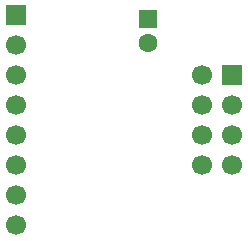
<source format=gbr>
%TF.GenerationSoftware,KiCad,Pcbnew,9.0.3*%
%TF.CreationDate,2025-10-19T16:24:49+11:00*%
%TF.ProjectId,NRF24L01-better-breakout,4e524632-344c-4303-912d-626574746572,rev?*%
%TF.SameCoordinates,Original*%
%TF.FileFunction,Soldermask,Bot*%
%TF.FilePolarity,Negative*%
%FSLAX46Y46*%
G04 Gerber Fmt 4.6, Leading zero omitted, Abs format (unit mm)*
G04 Created by KiCad (PCBNEW 9.0.3) date 2025-10-19 16:24:49*
%MOMM*%
%LPD*%
G01*
G04 APERTURE LIST*
G04 Aperture macros list*
%AMRoundRect*
0 Rectangle with rounded corners*
0 $1 Rounding radius*
0 $2 $3 $4 $5 $6 $7 $8 $9 X,Y pos of 4 corners*
0 Add a 4 corners polygon primitive as box body*
4,1,4,$2,$3,$4,$5,$6,$7,$8,$9,$2,$3,0*
0 Add four circle primitives for the rounded corners*
1,1,$1+$1,$2,$3*
1,1,$1+$1,$4,$5*
1,1,$1+$1,$6,$7*
1,1,$1+$1,$8,$9*
0 Add four rect primitives between the rounded corners*
20,1,$1+$1,$2,$3,$4,$5,0*
20,1,$1+$1,$4,$5,$6,$7,0*
20,1,$1+$1,$6,$7,$8,$9,0*
20,1,$1+$1,$8,$9,$2,$3,0*%
G04 Aperture macros list end*
%ADD10RoundRect,0.250000X-0.550000X0.550000X-0.550000X-0.550000X0.550000X-0.550000X0.550000X0.550000X0*%
%ADD11C,1.600000*%
%ADD12R,1.700000X1.700000*%
%ADD13C,1.700000*%
G04 APERTURE END LIST*
D10*
%TO.C,C2_1*%
X112014000Y-63052888D03*
D11*
X112014000Y-65052888D03*
%TD*%
D12*
%TO.C,J1*%
X119146000Y-67818000D03*
D13*
X116606000Y-67818000D03*
X119146000Y-70358000D03*
X116606000Y-70358000D03*
X119146000Y-72898000D03*
X116606000Y-72898000D03*
X119146000Y-75438000D03*
X116606000Y-75438000D03*
%TD*%
D12*
%TO.C,J2*%
X100838000Y-62738000D03*
D13*
X100838000Y-65278000D03*
X100838000Y-67818000D03*
X100838000Y-70358000D03*
X100838000Y-72898000D03*
X100838000Y-75438000D03*
X100838000Y-77978000D03*
X100838000Y-80518000D03*
%TD*%
M02*

</source>
